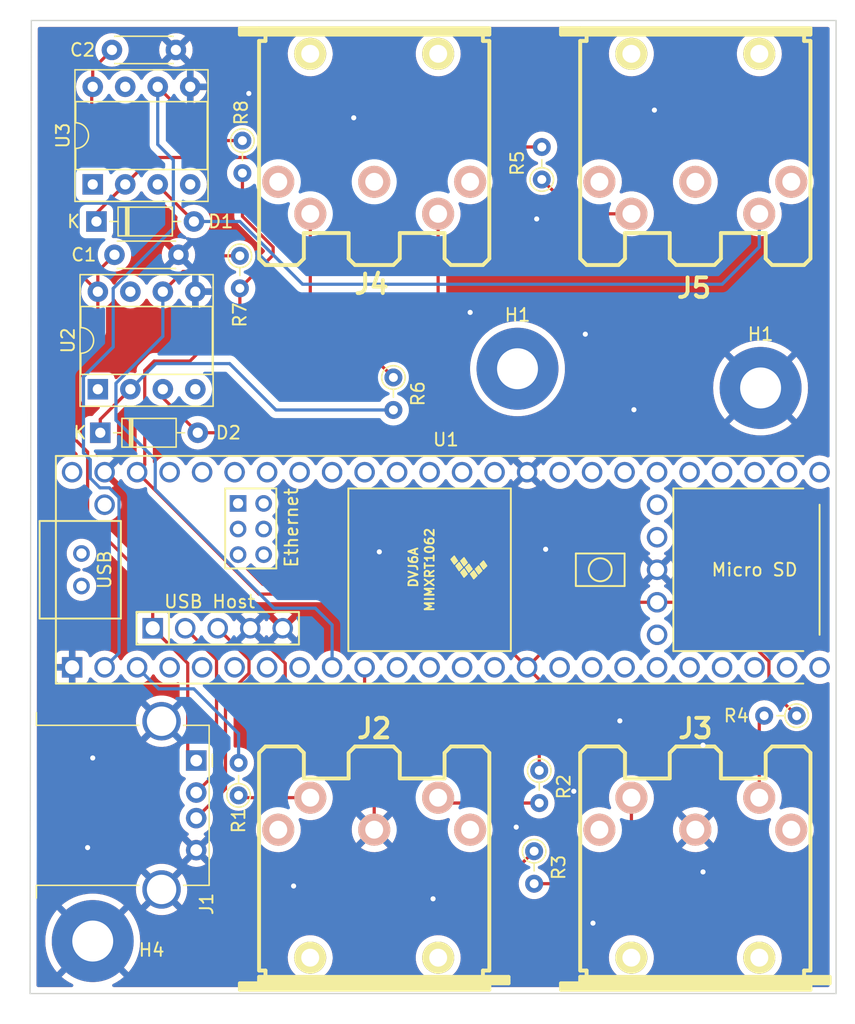
<source format=kicad_pcb>
(kicad_pcb (version 20211014) (generator pcbnew)
  (layers (0 "F.Cu" signal) (31 "B.Cu" signal) (34 "B.Paste" user) (35 "F.Paste" user) (36 "B.SilkS" user "B.Silkscreen") (37 "F.SilkS" user "F.Silkscreen") (38 "B.Mask" user) (39 "F.Mask" user) (44 "Edge.Cuts" user))
  (net 0 "")
  (net 1 "Net-(J1-Pad2)")
  (net 2 "Net-(J1-Pad3)")
  (net 3 "GND")
  (net 5 "Net-(J2-Pad4)")
  (net 7 "Net-(J2-Pad5)")
  (net 9 "Net-(J3-Pad4)")
  (net 11 "Net-(J3-Pad5)")
  (net 12 "Net-(R1-Pad2)")
  (net 13 "+3.3V")
  (net 65 "+5V")
  (net 66 "Net-(D1-Pad1)")
  (net 67 "Net-(D1-Pad2)")
  (net 68 "Net-(D2-Pad1)")
  (net 69 "Net-(D2-Pad2)")
  (net 71 "Net-(J4-Pad4)")
  (net 75 "Net-(J5-Pad4)")
  (net 78 "Net-(U1-Pad10)")
  (net 79 "Net-(U1-Pad9)")
  (net 80 "Net-(U1-Pad2)")
  (footprint "Diode_THT:D_DO-35_SOD27_P7.62mm_Horizontal" (layer "F.Cu") (at 90.59 92.5)
    (fp_text reference "D1" (at 9.71 0) (layer "F.SilkS"))
    (fp_text value "1N4148")
    (fp_text user "K" (at -1.79 0) (layer "F.SilkS"))
    (pad "1" thru_hole rect (at 0 0) (size 1.6 1.6) (drill 0.8) (layers *.Cu *.Mask) (net 66 "Net-(D1-Pad1)"))
    (pad "2" thru_hole oval (at 7.62 0) (size 1.6 1.6) (drill 0.8) (layers *.Cu *.Mask) (net 67 "Net-(D1-Pad2)"))
  )
  (footprint "Resistor_THT:R_Axial_DIN0204_L3.6mm_D1.6mm_P2.54mm_Vertical" (layer "F.Cu") (at 101.7 137.32 90)
    (fp_text reference "R1" (at -1.98 0 90) (layer "F.SilkS"))
    (fp_text value "47")
    (pad "1" thru_hole circle (at 0 0 90) (size 1.4 1.4) (drill 0.7) (layers *.Cu *.Mask) (net 7 "Net-(J2-Pad5)"))
    (pad "2" thru_hole oval (at 2.54 0 90) (size 1.4 1.4) (drill 0.7) (layers *.Cu *.Mask) (net 12 "Net-(R1-Pad2)"))
  )
  (footprint "Resistor_THT:R_Axial_DIN0204_L3.6mm_D1.6mm_P2.54mm_Vertical" (layer "F.Cu") (at 113.8 104.68 -90)
    (fp_text reference "R6" (at 1.27 -1.92 90) (layer "F.SilkS"))
    (fp_text value "220")
    (pad "1" thru_hole circle (at 0 0 270) (size 1.4 1.4) (drill 0.7) (layers *.Cu *.Mask) (net 71 "Net-(J4-Pad4)"))
    (pad "2" thru_hole oval (at 2.54 0 270) (size 1.4 1.4) (drill 0.7) (layers *.Cu *.Mask) (net 68 "Net-(D2-Pad1)"))
  )
  (footprint "Teensy Models:Teensy41" (layer "F.Cu") (at 117.9 119.7)
    (fp_text reference "U1" (at 0 -10.16) (layer "F.SilkS"))
    (fp_text value "Teensy4.1")
    (fp_text user "Micro SD" (at 24.13 0) (layer "F.SilkS"))
    (fp_text user "MIMXRT1062" (at -1.27 0 -90) (layer "F.SilkS") (effects (font (size 0.7 0.7))))
    (fp_text user "USB Host" (at -18.4658 2.4892) (layer "F.SilkS"))
    (fp_text user "USB" (at -26.67 0 270) (layer "F.SilkS"))
    (fp_text user "DVJ6A" (at -2.54 -0.18 -90) (layer "F.SilkS") (effects (font (size 0.7 0.7))))
    (fp_text user "Ethernet" (at -12.065 -3.2766 90) (layer "F.SilkS"))
    (pad "1" thru_hole rect (at -29.21 7.62) (size 1.6 1.6) (drill 1.1) (layers *.Cu *.Mask) (net 3 "GND"))
    (pad "2" thru_hole circle (at -26.67 7.62) (size 1.6 1.6) (drill 1.1) (layers *.Cu *.Mask) (net 80 "Net-(U1-Pad2)"))
    (pad "3" thru_hole circle (at -24.13 7.62) (size 1.6 1.6) (drill 1.1) (layers *.Cu *.Mask) (net 12 "Net-(R1-Pad2)"))
    (pad "4" thru_hole circle (at -21.59 7.62) (size 1.6 1.6) (drill 1.1) (layers *.Cu *.Mask))
    (pad "5" thru_hole circle (at -19.05 7.62) (size 1.6 1.6) (drill 1.1) (layers *.Cu *.Mask))
    (pad "6" thru_hole circle (at -16.51 7.62) (size 1.6 1.6) (drill 1.1) (layers *.Cu *.Mask))
    (pad "7" thru_hole circle (at -13.97 7.62) (size 1.6 1.6) (drill 1.1) (layers *.Cu *.Mask))
    (pad "8" thru_hole circle (at -11.43 7.62) (size 1.6 1.6) (drill 1.1) (layers *.Cu *.Mask))
    (pad "9" thru_hole circle (at -8.89 7.62) (size 1.6 1.6) (drill 1.1) (layers *.Cu *.Mask) (net 79 "Net-(U1-Pad9)"))
    (pad "10" thru_hole circle (at -6.35 7.62) (size 1.6 1.6) (drill 1.1) (layers *.Cu *.Mask) (net 78 "Net-(U1-Pad10)"))
    (pad "11" thru_hole circle (at -3.81 7.62) (size 1.6 1.6) (drill 1.1) (layers *.Cu *.Mask))
    (pad "12" thru_hole circle (at -1.27 7.62) (size 1.6 1.6) (drill 1.1) (layers *.Cu *.Mask))
    (pad "13" thru_hole circle (at 1.27 7.62) (size 1.6 1.6) (drill 1.1) (layers *.Cu *.Mask))
    (pad "14" thru_hole circle (at 3.81 7.62) (size 1.6 1.6) (drill 1.1) (layers *.Cu *.Mask))
    (pad "15" thru_hole circle (at 6.35 7.62) (size 1.6 1.6) (drill 1.1) (layers *.Cu *.Mask) (net 13 "+3.3V"))
    (pad "16" thru_hole circle (at 8.89 7.62) (size 1.6 1.6) (drill 1.1) (layers *.Cu *.Mask))
    (pad "17" thru_hole circle (at 11.43 7.62) (size 1.6 1.6) (drill 1.1) (layers *.Cu *.Mask))
    (pad "18" thru_hole circle (at 13.97 7.62) (size 1.6 1.6) (drill 1.1) (layers *.Cu *.Mask))
    (pad "19" thru_hole circle (at 16.51 7.62) (size 1.6 1.6) (drill 1.1) (layers *.Cu *.Mask))
    (pad "20" thru_hole circle (at 19.05 7.62) (size 1.6 1.6) (drill 1.1) (layers *.Cu *.Mask))
    (pad "21" thru_hole circle (at 21.59 7.62) (size 1.6 1.6) (drill 1.1) (layers *.Cu *.Mask))
    (pad "22" thru_hole circle (at 24.13 7.62) (size 1.6 1.6) (drill 1.1) (layers *.Cu *.Mask))
    (pad "23" thru_hole circle (at 26.67 7.62) (size 1.6 1.6) (drill 1.1) (layers *.Cu *.Mask))
    (pad "24" thru_hole circle (at 29.21 7.62) (size 1.6 1.6) (drill 1.1) (layers *.Cu *.Mask))
    (pad "25" thru_hole circle (at 29.21 -7.62) (size 1.6 1.6) (drill 1.1) (layers *.Cu *.Mask))
    (pad "26" thru_hole circle (at 26.67 -7.62) (size 1.6 1.6) (drill 1.1) (layers *.Cu *.Mask))
    (pad "27" thru_hole circle (at 24.13 -7.62) (size 1.6 1.6) (drill 1.1) (layers *.Cu *.Mask))
    (pad "28" thru_hole circle (at 21.59 -7.62) (size 1.6 1.6) (drill 1.1) (layers *.Cu *.Mask))
    (pad "29" thru_hole circle (at 19.05 -7.62) (size 1.6 1.6) (drill 1.1) (layers *.Cu *.Mask))
    (pad "30" thru_hole circle (at 16.51 -7.62) (size 1.6 1.6) (drill 1.1) (layers *.Cu *.Mask))
    (pad "31" thru_hole circle (at 13.97 -7.62) (size 1.6 1.6) (drill 1.1) (layers *.Cu *.Mask))
    (pad "32" thru_hole circle (at 11.43 -7.62) (size 1.6 1.6) (drill 1.1) (layers *.Cu *.Mask))
    (pad "33" thru_hole circle (at 8.89 -7.62) (size 1.6 1.6) (drill 1.1) (layers *.Cu *.Mask))
    (pad "34" thru_hole circle (at 6.35 -7.62) (size 1.6 1.6) (drill 1.1) (layers *.Cu *.Mask) (net 3 "GND"))
    (pad "35" thru_hole circle (at 3.81 -7.62) (size 1.6 1.6) (drill 1.1) (layers *.Cu *.Mask))
    (pad "36" thru_hole circle (at 1.27 -7.62) (size 1.6 1.6) (drill 1.1) (layers *.Cu *.Mask))
    (pad "37" thru_hole circle (at -1.27 -7.62) (size 1.6 1.6) (drill 1.1) (layers *.Cu *.Mask))
    (pad "38" thru_hole circle (at -3.81 -7.62) (size 1.6 1.6) (drill 1.1) (layers *.Cu *.Mask))
    (pad "39" thru_hole circle (at -6.35 -7.62) (size 1.6 1.6) (drill 1.1) (layers *.Cu *.Mask))
    (pad "40" thru_hole circle (at -8.89 -7.62) (size 1.6 1.6) (drill 1.1) (layers *.Cu *.Mask))
    (pad "41" thru_hole circle (at -11.43 -7.62) (size 1.6 1.6) (drill 1.1) (layers *.Cu *.Mask))
    (pad "42" thru_hole circle (at -13.97 -7.62) (size 1.6 1.6) (drill 1.1) (layers *.Cu *.Mask))
    (pad "43" thru_hole circle (at -16.51 -7.62) (size 1.6 1.6) (drill 1.1) (layers *.Cu *.Mask))
    (pad "44" thru_hole circle (at -19.05 -7.62) (size 1.6 1.6) (drill 1.1) (layers *.Cu *.Mask))
    (pad "45" thru_hole circle (at -21.59 -7.62) (size 1.6 1.6) (drill 1.1) (layers *.Cu *.Mask))
    (pad "46" thru_hole circle (at -24.13 -7.62) (size 1.6 1.6) (drill 1.1) (layers *.Cu *.Mask) (net 13 "+3.3V"))
    (pad "47" thru_hole circle (at -26.67 -7.62) (size 1.6 1.6) (drill 1.1) (layers *.Cu *.Mask) (net 3 "GND"))
    (pad "48" thru_hole circle (at -29.21 -7.62) (size 1.6 1.6) (drill 1.1) (layers *.Cu *.Mask))
    (pad "49" thru_hole circle (at -26.67 -5.08) (size 1.6 1.6) (drill 1.1) (layers *.Cu *.Mask))
    (pad "50" thru_hole circle (at 16.51 5.08) (size 1.6 1.6) (drill 1.1) (layers *.Cu *.Mask))
    (pad "51" thru_hole circle (at 16.51 2.54) (size 1.6 1.6) (drill 1.1) (layers *.Cu *.Mask) (net 13 "+3.3V"))
    (pad "52" thru_hole circle (at 16.51 0) (size 1.6 1.6) (drill 1.1) (layers *.Cu *.Mask) (net 3 "GND"))
    (pad "53" thru_hole circle (at 16.51 -2.54) (size 1.6 1.6) (drill 1.1) (layers *.Cu *.Mask))
    (pad "54" thru_hole circle (at 16.51 -5.08) (size 1.6 1.6) (drill 1.1) (layers *.Cu *.Mask))
    (pad "55" thru_hole rect (at -22.9108 4.5692) (size 1.6 1.6) (drill 1.1) (layers *.Cu *.Mask) (net 65 "+5V"))
    (pad "56" thru_hole circle (at -20.3708 4.5692) (size 1.6 1.6) (drill 1.1) (layers *.Cu *.Mask) (net 1 "Net-(J1-Pad2)"))
    (pad "57" thru_hole circle (at -17.8308 4.5692) (size 1.6 1.6) (drill 1.1) (layers *.Cu *.Mask) (net 2 "Net-(J1-Pad3)"))
    (pad "58" thru_hole circle (at -15.2908 4.5692) (size 1.6 1.6) (drill 1.1) (layers *.Cu *.Mask) (net 3 "GND"))
    (pad "59" thru_hole circle (at -12.7508 4.5692) (size 1.6 1.6) (drill 1.1) (layers *.Cu *.Mask) (net 3 "GND"))
    (pad "60" thru_hole rect (at -16.24 -5.1816) (size 1.3 1.3) (drill 0.8) (layers *.Cu *.Mask))
    (pad "61" thru_hole circle (at -16.24 -3.1816) (size 1.3 1.3) (drill 0.8) (layers *.Cu *.Mask))
    (pad "62" thru_hole circle (at -16.24 -1.1816) (size 1.3 1.3) (drill 0.8) (layers *.Cu *.Mask))
    (pad "63" thru_hole circle (at -14.24 -1.1816) (size 1.3 1.3) (drill 0.8) (layers *.Cu *.Mask))
    (pad "64" thru_hole circle (at -14.24 -3.1816) (size 1.3 1.3) (drill 0.8) (layers *.Cu *.Mask))
    (pad "65" thru_hole circle (at -14.24 -5.1816) (size 1.3 1.3) (drill 0.8) (layers *.Cu *.Mask))
    (pad "66" thru_hole circle (at -28.48 -1.27) (size 1.3 1.3) (drill 0.8) (layers *.Cu *.Mask))
    (pad "67" thru_hole circle (at -28.48 1.27) (size 1.3 1.3) (drill 0.8) (layers *.Cu *.Mask))
  )
  (footprint "Capacitor_THT:C_Disc_D4.3mm_W1.9mm_P5.00mm" (layer "F.Cu") (at 91.8 79.1)
    (fp_text reference "C2" (at -2.3 0) (layer "F.SilkS"))
    (fp_text value "0.1uF")
    (pad "1" thru_hole circle (at 0 0) (size 1.6 1.6) (drill 0.8) (layers *.Cu *.Mask) (net 65 "+5V"))
    (pad "2" thru_hole circle (at 5 0) (size 1.6 1.6) (drill 0.8) (layers *.Cu *.Mask) (net 3 "GND"))
  )
  (footprint "Resistor_THT:R_Axial_DIN0204_L3.6mm_D1.6mm_P2.54mm_Vertical" (layer "F.Cu") (at 145.32 131.1 180)
    (fp_text reference "R4" (at 4.72 0) (layer "F.SilkS"))
    (fp_text value "47")
    (pad "1" thru_hole circle (at 0 0 180) (size 1.4 1.4) (drill 0.7) (layers *.Cu *.Mask) (net 13 "+3.3V"))
    (pad "2" thru_hole oval (at 2.54 0 180) (size 1.4 1.4) (drill 0.7) (layers *.Cu *.Mask) (net 9 "Net-(J3-Pad4)"))
  )
  (footprint "MountingHole:MountingHole_3.2mm_M3_Pad" (layer "F.Cu") (at 123.5 104)
    (fp_text reference "H1" (at 0 -4.2) (layer "F.SilkS"))
    (fp_text value "MountingHole_Pad")
    (pad "1" thru_hole circle (at 0 0) (size 6.4 6.4) (drill 3.2) (layers F&B.Cu *.Mask))
  )
  (footprint "Capacitor_THT:C_Disc_D4.3mm_W1.9mm_P5.00mm" (layer "F.Cu") (at 92 95.1)
    (fp_text reference "C1" (at -2.4 0) (layer "F.SilkS"))
    (fp_text value "0.1uF")
    (pad "1" thru_hole circle (at 0 0) (size 1.6 1.6) (drill 0.8) (layers *.Cu *.Mask) (net 65 "+5V"))
    (pad "2" thru_hole circle (at 5 0) (size 1.6 1.6) (drill 0.8) (layers *.Cu *.Mask) (net 3 "GND"))
  )
  (footprint "Package_DIP:DIP-8_W7.62mm_Socket" (layer "F.Cu") (at 90.7 105.6 90)
    (fp_text reference "U2" (at 3.81 -2.33 90) (layer "F.SilkS"))
    (fp_text value "6N138")
    (pad "1" thru_hole rect (at 0 0 90) (size 1.6 1.6) (drill 0.8) (layers *.Cu *.Mask))
    (pad "2" thru_hole oval (at 0 2.54 90) (size 1.6 1.6) (drill 0.8) (layers *.Cu *.Mask) (net 68 "Net-(D2-Pad1)"))
    (pad "3" thru_hole oval (at 0 5.08 90) (size 1.6 1.6) (drill 0.8) (layers *.Cu *.Mask) (net 69 "Net-(D2-Pad2)"))
    (pad "4" thru_hole oval (at 0 7.62 90) (size 1.6 1.6) (drill 0.8) (layers *.Cu *.Mask))
    (pad "5" thru_hole oval (at 7.62 7.62 90) (size 1.6 1.6) (drill 0.8) (layers *.Cu *.Mask) (net 3 "GND"))
    (pad "6" thru_hole oval (at 7.62 5.08 90) (size 1.6 1.6) (drill 0.8) (layers *.Cu *.Mask) (net 79 "Net-(U1-Pad9)"))
    (pad "7" thru_hole oval (at 7.62 2.54 90) (size 1.6 1.6) (drill 0.8) (layers *.Cu *.Mask))
    (pad "8" thru_hole oval (at 7.62 0 90) (size 1.6 1.6) (drill 0.8) (layers *.Cu *.Mask) (net 65 "+5V"))
  )
  (footprint "Eurocad:MIDI_DIN5" (layer "F.Cu") (at 137.4 86.4 180)
    (fp_text reference "J5" (at 0.1 -11.3) (layer "F.SilkS") (effects (font (size 1.524 1.524) (thickness 0.3048))))
    (fp_text value "DIN-5_180degree" hide)
    (pad "" np_thru_hole circle (at -5.00126 6.9977 180) (size 2.49936 2.49936) (drill 1.397) (layers *.Cu *.Mask "F.SilkS"))
    (pad "" np_thru_hole circle (at 5.00126 6.9977 180) (size 2.49936 2.49936) (drill 1.397) (layers *.Cu *.Mask "F.SilkS"))
    (pad "1" thru_hole circle (at 7.49808 -2.9972 180) (size 2.49936 2.49936) (drill 1.397) (layers *.Cu *.SilkS *.Mask))
    (pad "2" thru_hole circle (at 0 -2.99974 180) (size 2.49936 2.49936) (drill 1.397) (layers *.Cu *.SilkS *.Mask))
    (pad "3" thru_hole circle (at -7.49808 -2.9972 180) (size 2.49936 2.49936) (drill 1.397) (layers *.Cu *.SilkS *.Mask))
    (pad "4" thru_hole circle (at 4.99618 -5.4991 180) (size 2.49936 2.49936) (drill 1.397) (layers *.Cu *.SilkS *.Mask) (net 75 "Net-(J5-Pad4)"))
    (pad "5" thru_hole circle (at -4.99618 -5.4991 180) (size 2.49936 2.49936) (drill 1.397) (layers *.Cu *.SilkS *.Mask) (net 67 "Net-(D1-Pad2)"))
  )
  (footprint "MountingHole:MountingHole_3.2mm_M3_Pad" (layer "F.Cu") (at 142.5 105.5)
    (fp_text reference "H1" (at 0 -4.2) (layer "F.SilkS"))
    (fp_text value "MountingHole_Pad")
    (pad "1" thru_hole circle (at 0 0) (size 6.4 6.4) (drill 3.2) (layers *.Cu *.Mask) (net 3 "GND"))
  )
  (footprint "Eurocad:MIDI_DIN5" (layer "F.Cu") (at 112.3 143)
    (fp_text reference "J2" (at 0 -10.9) (layer "F.SilkS") (effects (font (size 1.524 1.524) (thickness 0.3048))))
    (fp_text value "DIN-5_180degree" hide)
    (pad "" np_thru_hole circle locked (at -5.00126 6.9977) (size 2.49936 2.49936) (drill 1.397) (layers *.Cu *.Mask "F.SilkS"))
    (pad "" np_thru_hole circle locked (at 5.00126 6.9977) (size 2.49936 2.49936) (drill 1.397) (layers *.Cu *.Mask "F.SilkS"))
    (pad "1" thru_hole circle locked (at 7.49808 -2.9972) (size 2.49936 2.49936) (drill 1.397) (layers *.Cu *.SilkS *.Mask))
    (pad "2" thru_hole circle locked (at 0 -2.99974) (size 2.49936 2.49936) (drill 1.397) (layers *.Cu *.SilkS *.Mask) (net 3 "GND"))
    (pad "3" thru_hole circle locked (at -7.49808 -2.9972) (size 2.49936 2.49936) (drill 1.397) (layers *.Cu *.SilkS *.Mask))
    (pad "4" thru_hole circle locked (at 4.99618 -5.4991) (size 2.49936 2.49936) (drill 1.397) (layers *.Cu *.SilkS *.Mask) (net 5 "Net-(J2-Pad4)"))
    (pad "5" thru_hole circle locked (at -4.99618 -5.4991) (size 2.49936 2.49936) (drill 1.397) (layers *.Cu *.SilkS *.Mask) (net 7 "Net-(J2-Pad5)"))
  )
  (footprint "MountingHole:MountingHole_3.2mm_M3_Pad" (layer "F.Cu") (at 90.3 148.7)
    (fp_text reference "H4" (at 4.6 0.7) (layer "F.SilkS"))
    (fp_text value "MountingHole_Pad")
    (pad "1" thru_hole circle (at 0 0) (size 6.4 6.4) (drill 3.2) (layers *.Cu *.Mask) (net 3 "GND"))
  )
  (footprint "Eurocad:MIDI_DIN5" (layer "F.Cu") (at 112.3 86.4 180)
    (fp_text reference "J4" (at 0.2 -11) (layer "F.SilkS") (effects (font (size 1.524 1.524) (thickness 0.3048))))
    (fp_text value "DIN-5_180degree" hide)
    (pad "" np_thru_hole circle (at 5.00126 6.9977 180) (size 2.49936 2.49936) (drill 1.397) (layers *.Cu *.Mask "F.SilkS"))
    (pad "" np_thru_hole circle (at -5.00126 6.9977 180) (size 2.49936 2.49936) (drill 1.397) (layers *.Cu *.Mask "F.SilkS"))
    (pad "1" thru_hole circle (at 7.49808 -2.9972 180) (size 2.49936 2.49936) (drill 1.397) (layers *.Cu *.SilkS *.Mask))
    (pad "2" thru_hole circle (at 0 -2.99974 180) (size 2.49936 2.49936) (drill 1.397) (layers *.Cu *.SilkS *.Mask))
    (pad "3" thru_hole circle (at -7.49808 -2.9972 180) (size 2.49936 2.49936) (drill 1.397) (layers *.Cu *.SilkS *.Mask))
    (pad "4" thru_hole circle (at 4.99618 -5.4991 180) (size 2.49936 2.49936) (drill 1.397) (layers *.Cu *.SilkS *.Mask) (net 71 "Net-(J4-Pad4)"))
    (pad "5" thru_hole circle (at -4.99618 -5.4991 180) (size 2.49936 2.49936) (drill 1.397) (layers *.Cu *.SilkS *.Mask) (net 69 "Net-(D2-Pad2)"))
  )
  (footprint "Resistor_THT:R_Axial_DIN0204_L3.6mm_D1.6mm_P2.54mm_Vertical" (layer "F.Cu") (at 124.8 141.68 -90)
    (fp_text reference "R3" (at 1.27 -1.92 90) (layer "F.SilkS"))
    (fp_text value "47")
    (pad "1" thru_hole circle (at 0 0 270) (size 1.4 1.4) (drill 0.7) (layers *.Cu *.Mask) (net 78 "Net-(U1-Pad10)"))
    (pad "2" thru_hole oval (at 2.54 0 270) (size 1.4 1.4) (drill 0.7) (layers *.Cu *.Mask) (net 11 "Net-(J3-Pad5)"))
  )
  (footprint "Connector_USB:USB_A_Stewart_SS-52100-001_Horizontal" (layer "F.Cu") (at 98.39 134.6 -90)
    (fp_text reference "J1" (at 11.2 -0.81 90) (layer "F.SilkS"))
    (fp_text value "USB_A")
    (pad "1" thru_hole rect (at 0 0 270) (size 1.6 1.6) (drill 0.92) (layers *.Cu *.Mask) (net 65 "+5V"))
    (pad "2" thru_hole circle (at 2.5 0 270) (size 1.6 1.6) (drill 0.92) (layers *.Cu *.Mask) (net 1 "Net-(J1-Pad2)"))
    (pad "3" thru_hole circle (at 4.5 0 270) (size 1.6 1.6) (drill 0.92) (layers *.Cu *.Mask) (net 2 "Net-(J1-Pad3)"))
    (pad "4" thru_hole circle (at 7 0 270) (size 1.6 1.6) (drill 0.92) (layers *.Cu *.Mask) (net 3 "GND"))
    (pad "5" thru_hole circle (at -3.07 2.71 270) (size 3 3) (drill 2.3) (layers *.Cu *.Mask) (net 3 "GND"))
    (pad "5" thru_hole circle (at 10.07 2.71 270) (size 3 3) (drill 2.3) (layers *.Cu *.Mask) (net 3 "GND"))
  )
  (footprint "Resistor_THT:R_Axial_DIN0204_L3.6mm_D1.6mm_P2.54mm_Vertical" (layer "F.Cu") (at 101.8 95.18 -90)
    (fp_text reference "R7" (at 4.62 0 90) (layer "F.SilkS"))
    (fp_text value "470")
    (pad "1" thru_hole circle (at 0 0 270) (size 1.4 1.4) (drill 0.7) (layers *.Cu *.Mask) (net 79 "Net-(U1-Pad9)"))
    (pad "2" thru_hole oval (at 2.54 0 270) (size 1.4 1.4) (drill 0.7) (layers *.Cu *.Mask) (net 13 "+3.3V"))
  )
  (footprint "Resistor_THT:R_Axial_DIN0204_L3.6mm_D1.6mm_P2.54mm_Vertical" (layer "F.Cu") (at 102 86.18 -90)
    (fp_text reference "R8" (at -2.18 0.1 90) (layer "F.SilkS"))
    (fp_text value "470")
    (pad "1" thru_hole circle (at 0 0 270) (size 1.4 1.4) (drill 0.7) (layers *.Cu *.Mask) (net 80 "Net-(U1-Pad2)"))
    (pad "2" thru_hole oval (at 2.54 0 270) (size 1.4 1.4) (drill 0.7) (layers *.Cu *.Mask) (net 13 "+3.3V"))
  )
  (footprint "Diode_THT:D_DO-35_SOD27_P7.62mm_Horizontal" (layer "F.Cu") (at 90.89 109)
    (fp_text reference "D2" (at 10.01 0) (layer "F.SilkS"))
    (fp_text value "1N4148")
    (fp_text user "K" (at -1.59 0) (layer "F.SilkS"))
    (pad "1" thru_hole rect (at 0 0) (size 1.6 1.6) (drill 0.8) (layers *.Cu *.Mask) (net 68 "Net-(D2-Pad1)"))
    (pad "2" thru_hole oval (at 7.62 0) (size 1.6 1.6) (drill 0.8) (layers *.Cu *.Mask) (net 69 "Net-(D2-Pad2)"))
  )
  (footprint "Eurocad:MIDI_DIN5" (layer "F.Cu") (at 137.4 143)
    (fp_text reference "J3" (at 0 -10.9) (layer "F.SilkS") (effects (font (size 1.524 1.524) (thickness 0.3048))))
    (fp_text value "DIN-5_180degree" hide)
    (pad "" np_thru_hole circle locked (at -5.00126 6.9977) (size 2.49936 2.49936) (drill 1.397) (layers *.Cu *.Mask "F.SilkS"))
    (pad "" np_thru_hole circle locked (at 5.00126 6.9977) (size 2.49936 2.49936) (drill 1.397) (layers *.Cu *.Mask "F.SilkS"))
    (pad "1" thru_hole circle locked (at 7.49808 -2.9972) (size 2.49936 2.49936) (drill 1.397) (layers *.Cu *.SilkS *.Mask))
    (pad "2" thru_hole circle locked (at 0 -2.99974) (size 2.49936 2.49936) (drill 1.397) (layers *.Cu *.SilkS *.Mask) (net 3 "GND"))
    (pad "3" thru_hole circle locked (at -7.49808 -2.9972) (size 2.49936 2.49936) (drill 1.397) (layers *.Cu *.SilkS *.Mask))
    (pad "4" thru_hole circle locked (at 4.99618 -5.4991) (size 2.49936 2.49936) (drill 1.397) (layers *.Cu *.SilkS *.Mask) (net 9 "Net-(J3-Pad4)"))
    (pad "5" thru_hole circle locked (at -4.99618 -5.4991) (size 2.49936 2.49936) (drill 1.397) (layers *.Cu *.SilkS *.Mask) (net 11 "Net-(J3-Pad5)"))
  )
  (footprint "Package_DIP:DIP-8_W7.62mm_Socket" (layer "F.Cu") (at 90.3 89.6 90)
    (fp_text reference "U3" (at 3.81 -2.33 90) (layer "F.SilkS"))
    (fp_text value "6N138")
    (pad "1" thru_hole rect (at 0 0 90) (size 1.6 1.6) (drill 0.8) (layers *.Cu *.Mask))
    (pad "2" thru_hole oval (at 0 2.54 90) (size 1.6 1.6) (drill 0.8) (layers *.Cu *.Mask) (net 66 "Net-(D1-Pad1)"))
    (pad "3" thru_hole oval (at 0 5.08 90) (size 1.6 1.6) (drill 0.8) (layers *.Cu *.Mask) (net 67 "Net-(D1-Pad2)"))
    (pad "4" thru_hole oval (at 0 7.62 90) (size 1.6 1.6) (drill 0.8) (layers *.Cu *.Mask))
    (pad "5" thru_hole oval (at 7.62 7.62 90) (size 1.6 1.6) (drill 0.8) (layers *.Cu *.Mask) (net 3 "GND"))
    (pad "6" thru_hole oval (at 7.62 5.08 90) (size 1.6 1.6) (drill 0.8) (layers *.Cu *.Mask) (net 80 "Net-(U1-Pad2)"))
    (pad "7" thru_hole oval (at 7.62 2.54 90) (size 1.6 1.6) (drill 0.8) (layers *.Cu *.Mask))
    (pad "8" thru_hole oval (at 7.62 0 90) (size 1.6 1.6) (drill 0.8) (layers *.Cu *.Mask) (net 65 "+5V"))
  )
  (footprint "Resistor_THT:R_Axial_DIN0204_L3.6mm_D1.6mm_P2.54mm_Vertical" (layer "F.Cu") (at 125.4 89.22 90)
    (fp_text reference "R5" (at 1.27 -1.92 90) (layer "F.SilkS"))
    (fp_text value "220")
    (pad "1" thru_hole circle (at 0 0 90) (size 1.4 1.4) (drill 0.7) (layers *.Cu *.Mask) (net 75 "Net-(J5-Pad4)"))
    (pad "2" thru_hole oval (at 2.54 0 90) (size 1.4 1.4) (drill 0.7) (layers *.Cu *.Mask) (net 66 "Net-(D1-Pad1)"))
  )
  (footprint "Resistor_THT:R_Axial_DIN0204_L3.6mm_D1.6mm_P2.54mm_Vertical" (layer "F.Cu") (at 125.2 135.38 -90)
    (fp_text reference "R2" (at 1.27 -1.92 90) (layer "F.SilkS"))
    (fp_text value "47")
    (pad "1" thru_hole circle (at 0 0 270) (size 1.4 1.4) (drill 0.7) (layers *.Cu *.Mask) (net 13 "+3.3V"))
    (pad "2" thru_hole oval (at 2.54 0 270) (size 1.4 1.4) (drill 0.7) (layers *.Cu *.Mask) (net 5 "Net-(J2-Pad4)"))
  )
  (gr_line (start 148.4 152.8) (end 85.4 152.8) (layer "Edge.Cuts") (width 0.1))
  (gr_line (start 148.4 76.8) (end 148.4 152.8) (layer "Edge.Cuts") (width 0.1))
  (gr_line (start 85.5 76.8) (end 148.4 76.8) (layer "Edge.Cuts") (width 0.1))
  (gr_line (start 85.4 152.8) (end 85.5 76.8) (layer "Edge.Cuts") (width 0.1))
  (segment (start 98.39 137.1) (end 99.975 135.515) (width 0.25) (layer "F.Cu") (net 1))
  (segment (start 99.975 126.715) (end 97.5292 124.2692) (width 0.25) (layer "F.Cu") (net 1))
  (segment (start 99.975 135.515) (end 99.975 126.715) (width 0.25) (layer "F.Cu") (net 1))
  (segment (start 98.39 139.1) (end 100.675 136.815) (width 0.25) (layer "F.Cu") (net 2))
  (segment (start 100.675 129.625991) (end 102.515 127.785991) (width 0.25) (layer "F.Cu") (net 2))
  (segment (start 102.515 127.785991) (end 102.515 126.715) (width 0.25) (layer "F.Cu") (net 2))
  (segment (start 102.515 126.715) (end 100.0692 124.2692) (width 0.25) (layer "F.Cu") (net 2))
  (segment (start 100.675 136.815) (end 100.675 129.625991) (width 0.25) (layer "F.Cu") (net 2))
  (segment (start 97.92 81.98) (end 97.92 80.22) (width 0.25) (layer "F.Cu") (net 3))
  (segment (start 102.6092 124.2692) (end 105.345 127.005) (width 0.25) (layer "F.Cu") (net 3))
  (segment (start 105.345 127.005) (end 105.345 130.245) (width 0.25) (layer "F.Cu") (net 3))
  (segment (start 112.3 137.2) (end 112.3 140.00026) (width 0.25) (layer "F.Cu") (net 3))
  (segment (start 97.92 80.22) (end 96.8 79.1) (width 0.25) (layer "F.Cu") (net 3))
  (segment (start 105.345 130.245) (end 112.3 137.2) (width 0.25) (layer "F.Cu") (net 3))
  (via (at 90.3 134.4) (size 0.8) (drill 0.4) (layers "F.Cu" "B.Cu") (net 3))
  (via (at 128.8 101.3) (size 0.8) (drill 0.4) (layers "F.Cu" "B.Cu") (net 3))
  (via (at 134.2 83.8) (size 0.8) (drill 0.4) (layers "F.Cu" "B.Cu") (net 3))
  (via (at 129.4 147.3) (size 0.8) (drill 0.4) (layers "F.Cu" "B.Cu") (net 3))
  (via (at 89.9 141.4) (size 0.8) (drill 0.4) (layers "F.Cu" "B.Cu") (net 3))
  (via (at 125 92.3) (size 0.8) (drill 0.4) (layers "F.Cu" "B.Cu") (net 3))
  (via (at 116.9 145.4) (size 0.8) (drill 0.4) (layers "F.Cu" "B.Cu") (net 3))
  (via (at 138 143.3) (size 0.8) (drill 0.4) (layers "F.Cu" "B.Cu") (net 3))
  (via (at 106 144.4) (size 0.8) (drill 0.4) (layers "F.Cu" "B.Cu") (net 3))
  (via (at 138 133.4) (size 0.8) (drill 0.4) (layers "F.Cu" "B.Cu") (net 3))
  (via (at 110.7 84.4) (size 0.8) (drill 0.4) (layers "F.Cu" "B.Cu") (net 3))
  (via (at 112.7 118.3) (size 0.8) (drill 0.4) (layers "F.Cu" "B.Cu") (net 3))
  (via (at 102.5 82.5) (size 0.8) (drill 0.4) (layers "F.Cu" "B.Cu") (net 3))
  (via (at 127.9 137) (size 0.8) (drill 0.4) (layers "F.Cu" "B.Cu") (net 3))
  (via (at 125.7 118.1) (size 0.8) (drill 0.4) (layers "F.Cu" "B.Cu") (net 3))
  (via (at 123.4 139.8) (size 0.8) (drill 0.4) (layers "F.Cu" "B.Cu") (net 3))
  (via (at 132.6 107.2) (size 0.8) (drill 0.4) (layers "F.Cu" "B.Cu") (net 3))
  (via (at 119.8 99.6) (size 0.8) (drill 0.4) (layers "F.Cu" "B.Cu") (net 3))
  (via (at 131.5 131.5) (size 0.8) (drill 0.4) (layers "F.Cu" "B.Cu") (net 3))
  (segment (start 125.2 137.92) (end 117.71528 137.92) (width 0.25) (layer "F.Cu") (net 5))
  (segment (start 117.71528 137.92) (end 117.29618 137.5009) (width 0.25) (layer "F.Cu") (net 5))
  (segment (start 107.30382 137.5009) (end 101.8809 137.5009) (width 0.25) (layer "F.Cu") (net 7))
  (segment (start 101.8809 137.5009) (end 101.7 137.32) (width 0.25) (layer "F.Cu") (net 7))
  (segment (start 142.39618 131.48382) (end 142.78 131.1) (width 0.25) (layer "F.Cu") (net 9))
  (segment (start 142.39618 137.5009) (end 142.39618 131.48382) (width 0.25) (layer "F.Cu") (net 9))
  (segment (start 132.40382 142.89618) (end 131.08 144.22) (width 0.25) (layer "F.Cu") (net 11))
  (segment (start 132.40382 137.5009) (end 132.40382 142.89618) (width 0.25) (layer "F.Cu") (net 11))
  (segment (start 131.08 144.22) (end 124.8 144.22) (width 0.25) (layer "F.Cu") (net 11))
  (segment (start 95.45 129) (end 93.77 127.32) (width 0.25) (layer "B.Cu") (net 12))
  (segment (start 98.2 129) (end 95.45 129) (width 0.25) (layer "B.Cu") (net 12))
  (segment (start 101.7 134.78) (end 101.7 132.5) (width 0.25) (layer "B.Cu") (net 12))
  (segment (start 101.7 132.5) (end 98.2 129) (width 0.25) (layer "B.Cu") (net 12))
  (segment (start 138.540991 122.24) (end 134.41 122.24) (width 0.25) (layer "F.Cu") (net 13))
  (segment (start 103.29 121.6) (end 93.77 112.08) (width 0.25) (layer "F.Cu") (net 13))
  (segment (start 143.155 128.935) (end 143.155 126.854009) (width 0.25) (layer "F.Cu") (net 13))
  (segment (start 143.155 126.854009) (end 138.540991 122.24) (width 0.25) (layer "F.Cu") (net 13))
  (segment (start 102 92.1) (end 102 88.72) (width 0.25) (layer "F.Cu") (net 13))
  (segment (start 145.32 131.1) (end 143.155 128.935) (width 0.25) (layer "F.Cu") (net 13))
  (segment (start 95.1 103.4) (end 97.9 103.4) (width 0.25) (layer "F.Cu") (net 13))
  (segment (start 118.53 121.6) (end 103.29 121.6) (width 0.25) (layer "F.Cu") (net 13))
  (segment (start 124.25 127.32) (end 129.33 122.24) (width 0.25) (layer "F.Cu") (net 13))
  (segment (start 97.9 103.4) (end 101.8 99.5) (width 0.25) (layer "F.Cu") (net 13))
  (segment (start 94.365 104.135) (end 95.1 103.4) (width 0.25) (layer "F.Cu") (net 13))
  (segment (start 124.25 127.32) (end 118.53 121.6) (width 0.25) (layer "F.Cu") (net 13))
  (segment (start 129.33 122.24) (end 134.41 122.24) (width 0.25) (layer "F.Cu") (net 13))
  (segment (start 125.2 128.27) (end 124.25 127.32) (width 0.25) (layer "F.Cu") (net 13))
  (segment (start 101.8 99.5) (end 101.8 97.72) (width 0.25) (layer "F.Cu") (net 13))
  (segment (start 104.4 94.5) (end 102 92.1) (width 0.25) (layer "F.Cu") (net 13))
  (segment (start 93.77 112.08) (end 94.365 111.485) (width 0.25) (layer "F.Cu") (net 13))
  (segment (start 125.2 135.38) (end 125.2 128.27) (width 0.25) (layer "F.Cu") (net 13))
  (segment (start 104.4 95.12) (end 104.4 94.5) (width 0.25) (layer "F.Cu") (net 13))
  (segment (start 94.365 111.485) (end 94.365 104.135) (width 0.25) (layer "F.Cu") (net 13))
  (segment (start 101.8 97.72) (end 104.4 95.12) (width 0.25) (layer "F.Cu") (net 13))
  (segment (start 87.9 93.6) (end 87.9 93.78) (width 0.25) (layer "F.Cu") (net 65))
  (segment (start 97.725 127.005) (end 94.9892 124.2692) (width 0.25) (layer "F.Cu") (net 65))
  (segment (start 90.3 80.6) (end 91.8 79.1) (width 0.25) (layer "F.Cu") (net 65))
  (segment (start 89.9 115.8) (end 94.1 120) (width 0.25) (layer "F.Cu") (net 65))
  (segment (start 98.39 134.6) (end 97.725 133.935) (width 0.25) (layer "F.Cu") (net 65))
  (segment (start 88.1 108.7) (end 89.9 110.5) (width 0.25) (layer "F.Cu") (net 65))
  (segment (start 97.725 133.935) (end 97.725 127.005) (width 0.25) (layer "F.Cu") (net 65))
  (segment (start 88.1 93.8) (end 87.9 93.6) (width 0.25) (layer "F.Cu") (net 65))
  (segment (start 90.7 97.98) (end 90.7 96.4) (width 0.25) (layer "F.Cu") (net 65))
  (segment (start 90.7 96.4) (end 92 95.1) (width 0.25) (layer "F.Cu") (net 65))
  (segment (start 94.9892 120.6892) (end 94.3 120) (width 0.25) (layer "F.Cu") (net 65))
  (segment (start 88.1 95.38) (end 90.7 97.98) (width 0.25) (layer "F.Cu") (net 65))
  (segment (start 87.9 87.6) (end 87.9 93.6) (width 0.25) (layer "F.Cu") (net 65))
  (segment (start 90.22 81.58) (end 90.22 85.28) (width 0.25) (layer "F.Cu") (net 65))
  (segment (start 88.1 103.7) (end 88.1 108.7) (width 0.25) (layer "F.Cu") (net 65))
  (segment (start 90.7 97.98) (end 90.7 101.1) (width 0.25) (layer "F.Cu") (net 65))
  (segment (start 90.3 81.98) (end 90.3 80.6) (width 0.25) (layer "F.Cu") (net 65))
  (segment (start 94.9892 124.2692) (end 94.9892 120.6892) (width 0.25) (layer "F.Cu") (net 65))
  (segment (start 89.9 110.5) (end 89.9 115.8) (width 0.25) (layer "F.Cu") (net 65))
  (segment (start 90.22 85.28) (end 87.9 87.6) (width 0.25) (layer "F.Cu") (net 65))
  (segment (start 94.1 120) (end 94.3 120) (width 0.25) (layer "F.Cu") (net 65))
  (segment (start 90.7 101.1) (end 88.1 103.7) (width 0.25) (layer "F.Cu") (net 65))
  (segment (start 88.1 95.38) (end 88.1 93.8) (width 0.25) (layer "F.Cu") (net 65))
  (segment (start 94.94 87.5) (end 92.84 89.6) (width 0.25) (layer "F.Cu") (net 66))
  (segment (start 120.94 87.5) (end 94.94 87.5) (width 0.25) (layer "F.Cu") (net 66))
  (segment (start 125.4 86.68) (end 121.76 86.68) (width 0.25) (layer "F.Cu") (net 66))
  (segment (start 121.76 86.68) (end 120.94 87.5) (width 0.25) (layer "F.Cu") (net 66))
  (segment (start 90.59 92.5) (end 90.59 91.85) (width 0.25) (layer "F.Cu") (net 66))
  (segment (start 90.59 91.85) (end 92.84 89.6) (width 0.25) (layer "F.Cu") (net 66))
  (segment (start 98.21 92.5) (end 95.38 89.67) (width 0.25) (layer "F.Cu") (net 67))
  (segment (start 95.38 89.67) (end 95.38 89.6) (width 0.25) (layer "F.Cu") (net 67))
  (segment (start 142.39618 91.8991) (end 142.39618 94.4991) (width 0.25) (layer "B.Cu") (net 67))
  (segment (start 142.39618 94.4991) (end 139.49528 97.4) (width 0.25) (layer "B.Cu") (net 67))
  (segment (start 106.7 97.4) (end 101.8 92.5) (width 0.25) (layer "B.Cu") (net 67))
  (segment (start 139.49528 97.4) (end 106.7 97.4) (width 0.25) (layer "B.Cu") (net 67))
  (segment (start 101.8 92.5) (end 98.21 92.5) (width 0.25) (layer "B.Cu") (net 67))
  (segment (start 90.89 109) (end 90.89 107.95) (width 0.25) (layer "F.Cu") (net 68))
  (segment (start 90.89 107.95) (end 93.24 105.6) (width 0.25) (layer "F.Cu") (net 68))
  (segment (start 113.8 107.22) (end 104.62 107.22) (width 0.25) (layer "B.Cu") (net 68))
  (segment (start 104.62 107.22) (end 101 103.6) (width 0.25) (layer "B.Cu") (net 68))
  (segment (start 95.24 103.6) (end 93.24 105.6) (width 0.25) (layer "B.Cu") (net 68))
  (segment (start 101 103.6) (end 95.24 103.6) (width 0.25) (layer "B.Cu") (net 68))
  (segment (start 98.51 109) (end 95.78 106.27) (width 0.25) (layer "F.Cu") (net 69))
  (segment (start 117.29618 107.60382) (end 117.29618 91.8991) (width 0.25) (layer "F.Cu") (net 69))
  (segment (start 115.5 109.4) (end 117.29618 107.60382) (width 0.25) (layer "F.Cu") (net 69))
  (segment (start 98.51 109) (end 115.1 109) (width 0.25) (layer "F.Cu") (net 69))
  (segment (start 95.78 106.27) (end 95.78 105.6) (width 0.25) (layer "F.Cu") (net 69))
  (segment (start 115.1 109) (end 115.5 109.4) (width 0.25) (layer "F.Cu") (net 69))
  (segment (start 113.8 104.68) (end 107.30382 98.18382) (width 0.25) (layer "F.Cu") (net 71))
  (segment (start 107.30382 98.18382) (end 107.30382 91.8991) (width 0.25) (layer "F.Cu") (net 71))
  (segment (start 128.0791 91.8991) (end 125.4 89.22) (width 0.25) (layer "F.Cu") (net 75))
  (segment (start 132.40382 91.8991) (end 128.0791 91.8991) (width 0.25) (layer "F.Cu") (net 75))
  (segment (start 124.8 141.68) (end 123.78 142.7) (width 0.25) (layer "F.Cu") (net 78))
  (segment (start 123.78 142.7) (end 117.1 142.7) (width 0.25) (layer "F.Cu") (net 78))
  (segment (start 111.55 129.35) (end 111.55 127.32) (width 0.25) (layer "F.Cu") (net 78))
  (segment (start 114.9 140.5) (end 114.9 132.7) (width 0.25) (layer "F.Cu") (net 78))
  (segment (start 117.1 142.7) (end 114.9 140.5) (width 0.25) (layer "F.Cu") (net 78))
  (segment (start 114.9 132.7) (end 111.55 129.35) (width 0.25) (layer "F.Cu") (net 78))
  (segment (start 100.22 95.18) (end 99 96.4) (width 0.25) (layer "F.Cu") (net 79))
  (segment (start 97.36 96.4) (end 95.78 97.98) (width 0.25) (layer "F.Cu") (net 79))
  (segment (start 101.8 95.18) (end 100.22 95.18) (width 0.25) (layer "F.Cu") (net 79))
  (segment (start 99 96.4) (end 97.36 96.4) (width 0.25) (layer "F.Cu") (net 79))
  (segment (start 95.78 97.98) (end 95.78 101.469009) (width 0.25) (layer "B.Cu") (net 79))
  (segment (start 92.115 108.015) (end 95.185 111.085) (width 0.25) (layer "B.Cu") (net 79))
  (segment (start 95.185 111.085) (end 95.185 113.422259) (width 0.25) (layer "B.Cu") (net 79))
  (segment (start 95.185 113.422259) (end 104.462741 122.7) (width 0.25) (layer "B.Cu") (net 79))
  (segment (start 109.01 124.01) (end 109.01 127.32) (width 0.25) (layer "B.Cu") (net 79))
  (segment (start 95.78 101.469009) (end 92.115 105.134009) (width 0.25) (layer "B.Cu") (net 79))
  (segment (start 104.462741 122.7) (end 107.7 122.7) (width 0.25) (layer "B.Cu") (net 79))
  (segment (start 92.115 105.134009) (end 92.115 108.015) (width 0.25) (layer "B.Cu") (net 79))
  (segment (start 107.7 122.7) (end 109.01 124.01) (width 0.25) (layer "B.Cu") (net 79))
  (segment (start 102 86.18) (end 99.58 86.18) (width 0.25) (layer "F.Cu") (net 80))
  (segment (start 99.58 86.18) (end 95.38 81.98) (width 0.25) (layer "F.Cu") (net 80))
  (segment (start 91.6 113.3) (end 92.355 114.055) (width 0.25) (layer "B.Cu") (net 80))
  (segment (start 96.6 93.029009) (end 91.9 97.729009) (width 0.25) (layer "B.Cu") (net 80))
  (segment (start 95.38 81.98) (end 95.38 86.48) (width 0.25) (layer "B.Cu") (net 80))
  (segment (start 90.105 112.545991) (end 90.859009 113.3) (width 0.25) (layer "B.Cu") (net 80))
  (segment (start 90.105 111.105001) (end 90.105 112.545991) (width 0.25) (layer "B.Cu") (net 80))
  (segment (start 89.575 104.625) (end 89.575 110.575001) (width 0.25) (layer "B.Cu") (net 80))
  (segment (start 92.355 114.055) (end 92.355 126.195) (width 0.25) (layer "B.Cu") (net 80))
  (segment (start 96.6 87.7) (end 96.6 93.029009) (width 0.25) (layer "B.Cu") (net 80))
  (segment (start 90.859009 113.3) (end 91.6 113.3) (width 0.25) (layer "B.Cu") (net 80))
  (segment (start 91.9 102.3) (end 89.575 104.625) (width 0.25) (layer "B.Cu") (net 80))
  (segment (start 89.575 110.575001) (end 90.105 111.105001) (width 0.25) (layer "B.Cu") (net 80))
  (segment (start 95.38 86.48) (end 96.6 87.7) (width 0.25) (layer "B.Cu") (net 80))
  (segment (start 92.355 126.195) (end 91.23 127.32) (width 0.25) (layer "B.Cu") (net 80))
  (segment (start 91.9 97.729009) (end 91.9 102.3) (width 0.25) (layer "B.Cu") (net 80))
  (zone (net 3) (net_name "GND") (layer "F.Cu") (name "GndPourTop") (connect_pads (clearance 0.508)) (min_thickness 0.254) (fill yes (thermal_gap 0.508) (thermal_bridge_width 0.508))
    (polygon (pts (xy 149.8 155.2) (xy 84.1 155) (xy 84.3 75.2) (xy 149.7 75.2)))
  )
  (zone (net 3) (net_name "GND") (layer "B.Cu") (name "GndPourTop") (connect_pads (clearance 0.508)) (min_thickness 0.254) (fill yes (thermal_gap 0.508) (thermal_bridge_width 0.508))
    (polygon (pts (xy 149.9 155.2) (xy 84.1 155) (xy 84.3 75.2) (xy 149.7 75.2)))
  )
)
</source>
